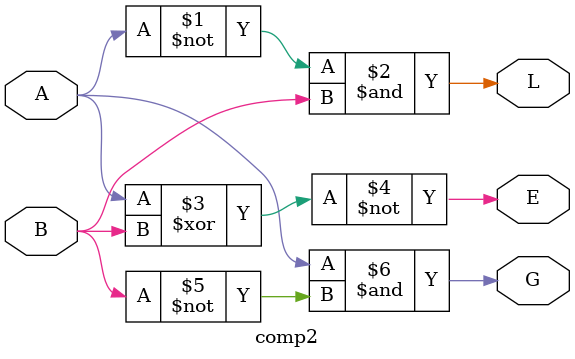
<source format=v>
module comp2 (
    input  A, B,
    output L,
    output E,
    output G
);
    // The logic remains the same. These signals are implicitly wires.
    assign L = (~A)&B;
    assign E = ~(A^B);
    assign G = A&(~B);

endmodule

</source>
